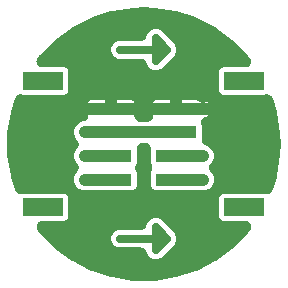
<source format=gbr>
G04 EAGLE Gerber RS-274X export*
G75*
%MOMM*%
%FSLAX34Y34*%
%LPD*%
%INTop Copper*%
%IPPOS*%
%AMOC8*
5,1,8,0,0,1.08239X$1,22.5*%
G01*
%ADD10R,3.500000X1.000000*%
%ADD11R,3.400000X1.500000*%
%ADD12C,1.000000*%
%ADD13C,1.050000*%
%ADD14C,0.700000*%

G36*
X84Y-115994D02*
X84Y-115994D01*
X196Y-115995D01*
X8905Y-115653D01*
X8937Y-115650D01*
X8969Y-115650D01*
X9491Y-115596D01*
X26694Y-112871D01*
X26821Y-112842D01*
X26950Y-112823D01*
X27177Y-112763D01*
X27311Y-112733D01*
X27374Y-112710D01*
X27457Y-112688D01*
X44023Y-107305D01*
X44143Y-107257D01*
X44268Y-107218D01*
X44483Y-107123D01*
X44610Y-107072D01*
X44669Y-107040D01*
X44747Y-107005D01*
X60267Y-99097D01*
X60379Y-99031D01*
X60495Y-98973D01*
X60692Y-98846D01*
X60811Y-98775D01*
X60864Y-98734D01*
X60936Y-98688D01*
X75027Y-88450D01*
X75127Y-88367D01*
X75233Y-88291D01*
X75408Y-88135D01*
X75514Y-88046D01*
X75560Y-87998D01*
X75624Y-87940D01*
X87940Y-75624D01*
X88026Y-75526D01*
X88119Y-75435D01*
X88267Y-75253D01*
X88358Y-75149D01*
X88395Y-75094D01*
X88450Y-75027D01*
X89967Y-72939D01*
X90060Y-72791D01*
X90162Y-72650D01*
X90229Y-72525D01*
X90306Y-72405D01*
X90380Y-72247D01*
X90462Y-72094D01*
X90514Y-71961D01*
X90574Y-71832D01*
X90627Y-71667D01*
X90690Y-71504D01*
X90724Y-71366D01*
X90768Y-71231D01*
X90800Y-71059D01*
X90842Y-70890D01*
X90858Y-70749D01*
X90885Y-70610D01*
X90895Y-70435D01*
X90915Y-70263D01*
X90913Y-70121D01*
X90922Y-69979D01*
X90910Y-69804D01*
X90908Y-69630D01*
X90889Y-69490D01*
X90879Y-69348D01*
X90846Y-69177D01*
X90822Y-69004D01*
X90785Y-68867D01*
X90757Y-68728D01*
X90702Y-68562D01*
X90657Y-68394D01*
X90603Y-68263D01*
X90558Y-68128D01*
X90483Y-67971D01*
X90416Y-67810D01*
X90346Y-67686D01*
X90285Y-67558D01*
X90190Y-67412D01*
X90104Y-67260D01*
X90019Y-67146D01*
X89942Y-67027D01*
X89829Y-66894D01*
X89725Y-66754D01*
X89626Y-66652D01*
X89535Y-66544D01*
X89406Y-66425D01*
X89285Y-66300D01*
X89174Y-66212D01*
X89070Y-66115D01*
X88928Y-66015D01*
X88791Y-65906D01*
X88670Y-65832D01*
X88554Y-65749D01*
X88401Y-65667D01*
X88252Y-65576D01*
X88122Y-65518D01*
X87997Y-65451D01*
X87834Y-65389D01*
X87675Y-65318D01*
X87539Y-65277D01*
X87406Y-65226D01*
X87237Y-65185D01*
X87070Y-65134D01*
X86930Y-65110D01*
X86792Y-65077D01*
X86619Y-65057D01*
X86447Y-65028D01*
X86279Y-65019D01*
X86164Y-65007D01*
X86062Y-65008D01*
X85923Y-65001D01*
X67204Y-65001D01*
X65734Y-64392D01*
X64608Y-63266D01*
X63999Y-61796D01*
X63999Y-45204D01*
X64608Y-43734D01*
X65734Y-42608D01*
X67204Y-41999D01*
X102889Y-41999D01*
X102951Y-42020D01*
X103015Y-42034D01*
X103077Y-42053D01*
X103324Y-42097D01*
X103570Y-42148D01*
X103635Y-42153D01*
X103699Y-42164D01*
X103951Y-42177D01*
X104201Y-42196D01*
X104266Y-42193D01*
X104331Y-42196D01*
X104581Y-42177D01*
X104832Y-42164D01*
X104896Y-42153D01*
X104961Y-42148D01*
X105206Y-42098D01*
X105454Y-42053D01*
X105517Y-42034D01*
X105580Y-42021D01*
X105818Y-41940D01*
X106058Y-41865D01*
X106117Y-41838D01*
X106178Y-41816D01*
X106404Y-41706D01*
X106632Y-41601D01*
X106688Y-41567D01*
X106746Y-41538D01*
X106956Y-41400D01*
X107169Y-41268D01*
X107219Y-41227D01*
X107274Y-41191D01*
X107465Y-41027D01*
X107659Y-40869D01*
X107704Y-40822D01*
X107754Y-40779D01*
X107922Y-40593D01*
X108096Y-40411D01*
X108134Y-40359D01*
X108178Y-40311D01*
X108321Y-40105D01*
X108471Y-39902D01*
X108502Y-39845D01*
X108539Y-39792D01*
X108656Y-39570D01*
X108778Y-39350D01*
X108803Y-39290D01*
X108833Y-39232D01*
X108985Y-38835D01*
X109014Y-38764D01*
X109017Y-38754D01*
X109021Y-38742D01*
X112688Y-27457D01*
X112720Y-27331D01*
X112762Y-27208D01*
X112810Y-26979D01*
X112845Y-26845D01*
X112853Y-26779D01*
X112871Y-26694D01*
X115596Y-9491D01*
X115598Y-9460D01*
X115605Y-9428D01*
X115636Y-9097D01*
X115650Y-8971D01*
X115650Y-8942D01*
X115653Y-8905D01*
X115995Y-196D01*
X115993Y-112D01*
X115999Y0D01*
X115994Y84D01*
X115995Y196D01*
X115653Y8905D01*
X115650Y8937D01*
X115650Y8969D01*
X115596Y9491D01*
X112871Y26694D01*
X112842Y26821D01*
X112823Y26950D01*
X112763Y27177D01*
X112733Y27311D01*
X112710Y27374D01*
X112688Y27457D01*
X109021Y38742D01*
X108997Y38803D01*
X108979Y38865D01*
X108881Y39096D01*
X108788Y39330D01*
X108757Y39387D01*
X108731Y39447D01*
X108604Y39663D01*
X108483Y39883D01*
X108444Y39936D01*
X108412Y39992D01*
X108258Y40191D01*
X108110Y40394D01*
X108065Y40441D01*
X108026Y40493D01*
X107849Y40670D01*
X107676Y40853D01*
X107626Y40895D01*
X107580Y40941D01*
X107382Y41095D01*
X107188Y41254D01*
X107132Y41289D01*
X107081Y41329D01*
X106865Y41457D01*
X106652Y41590D01*
X106593Y41618D01*
X106537Y41651D01*
X106307Y41751D01*
X106079Y41856D01*
X106017Y41876D01*
X105957Y41902D01*
X105716Y41972D01*
X105476Y42048D01*
X105412Y42060D01*
X105350Y42078D01*
X105102Y42117D01*
X104855Y42162D01*
X104790Y42165D01*
X104725Y42175D01*
X104474Y42183D01*
X104224Y42196D01*
X104159Y42192D01*
X104094Y42194D01*
X103844Y42169D01*
X103593Y42151D01*
X103529Y42138D01*
X103464Y42132D01*
X103219Y42076D01*
X102973Y42026D01*
X102912Y42006D01*
X102884Y41999D01*
X67204Y41999D01*
X65734Y42608D01*
X64608Y43734D01*
X63999Y45204D01*
X63999Y61796D01*
X64608Y63266D01*
X65734Y64392D01*
X67204Y65001D01*
X85923Y65001D01*
X86096Y65012D01*
X86271Y65013D01*
X86412Y65032D01*
X86553Y65041D01*
X86724Y65074D01*
X86897Y65097D01*
X87035Y65133D01*
X87174Y65160D01*
X87340Y65214D01*
X87508Y65259D01*
X87640Y65312D01*
X87775Y65357D01*
X87932Y65431D01*
X88094Y65497D01*
X88218Y65567D01*
X88346Y65627D01*
X88493Y65721D01*
X88645Y65807D01*
X88759Y65892D01*
X88878Y65968D01*
X89012Y66080D01*
X89152Y66184D01*
X89255Y66282D01*
X89364Y66373D01*
X89482Y66501D01*
X89608Y66622D01*
X89697Y66732D01*
X89794Y66837D01*
X89895Y66978D01*
X90005Y67114D01*
X90079Y67235D01*
X90162Y67350D01*
X90245Y67504D01*
X90336Y67652D01*
X90395Y67781D01*
X90462Y67906D01*
X90525Y68069D01*
X90597Y68228D01*
X90639Y68363D01*
X90690Y68496D01*
X90732Y68665D01*
X90783Y68832D01*
X90808Y68972D01*
X90842Y69110D01*
X90862Y69283D01*
X90892Y69454D01*
X90899Y69596D01*
X90915Y69737D01*
X90913Y69912D01*
X90921Y70086D01*
X90910Y70227D01*
X90908Y70370D01*
X90884Y70542D01*
X90870Y70716D01*
X90841Y70855D01*
X90822Y70996D01*
X90776Y71164D01*
X90741Y71334D01*
X90694Y71469D01*
X90657Y71606D01*
X90591Y71767D01*
X90534Y71932D01*
X90471Y72059D01*
X90416Y72190D01*
X90330Y72342D01*
X90253Y72498D01*
X90162Y72639D01*
X90104Y72740D01*
X90043Y72821D01*
X89967Y72939D01*
X88450Y75027D01*
X88367Y75127D01*
X88291Y75233D01*
X88135Y75408D01*
X88046Y75514D01*
X87998Y75560D01*
X87940Y75624D01*
X75624Y87940D01*
X75526Y88026D01*
X75435Y88119D01*
X75253Y88267D01*
X75149Y88358D01*
X75094Y88395D01*
X75027Y88450D01*
X60936Y98688D01*
X60826Y98757D01*
X60722Y98835D01*
X60518Y98952D01*
X60402Y99026D01*
X60342Y99054D01*
X60267Y99097D01*
X44747Y107005D01*
X44628Y107057D01*
X44513Y107117D01*
X44294Y107201D01*
X44167Y107256D01*
X44103Y107274D01*
X44023Y107305D01*
X27457Y112688D01*
X27331Y112720D01*
X27208Y112762D01*
X26979Y112810D01*
X26845Y112845D01*
X26779Y112853D01*
X26695Y112871D01*
X9491Y115596D01*
X9459Y115599D01*
X9428Y115605D01*
X8905Y115653D01*
X196Y115995D01*
X112Y115993D01*
X0Y115999D01*
X-84Y115994D01*
X-196Y115995D01*
X-8905Y115653D01*
X-8937Y115650D01*
X-8969Y115650D01*
X-9491Y115596D01*
X-26694Y112871D01*
X-26821Y112842D01*
X-26950Y112823D01*
X-27177Y112763D01*
X-27311Y112733D01*
X-27374Y112710D01*
X-27457Y112688D01*
X-44023Y107305D01*
X-44143Y107257D01*
X-44268Y107218D01*
X-44483Y107123D01*
X-44610Y107072D01*
X-44669Y107040D01*
X-44747Y107005D01*
X-60267Y99097D01*
X-60379Y99031D01*
X-60495Y98973D01*
X-60692Y98846D01*
X-60811Y98775D01*
X-60864Y98734D01*
X-60936Y98688D01*
X-75027Y88450D01*
X-75127Y88367D01*
X-75233Y88291D01*
X-75408Y88135D01*
X-75514Y88046D01*
X-75560Y87998D01*
X-75624Y87940D01*
X-87940Y75624D01*
X-88026Y75526D01*
X-88119Y75435D01*
X-88267Y75253D01*
X-88358Y75149D01*
X-88395Y75094D01*
X-88450Y75027D01*
X-89967Y72938D01*
X-90061Y72791D01*
X-90162Y72650D01*
X-90229Y72525D01*
X-90306Y72405D01*
X-90380Y72247D01*
X-90462Y72094D01*
X-90514Y71961D01*
X-90574Y71832D01*
X-90628Y71666D01*
X-90690Y71504D01*
X-90724Y71366D01*
X-90768Y71231D01*
X-90800Y71059D01*
X-90842Y70890D01*
X-90858Y70749D01*
X-90885Y70610D01*
X-90895Y70436D01*
X-90915Y70263D01*
X-90913Y70121D01*
X-90922Y69979D01*
X-90910Y69804D01*
X-90908Y69630D01*
X-90889Y69490D01*
X-90879Y69348D01*
X-90846Y69177D01*
X-90822Y69004D01*
X-90785Y68867D01*
X-90757Y68728D01*
X-90702Y68562D01*
X-90657Y68394D01*
X-90603Y68263D01*
X-90558Y68128D01*
X-90483Y67971D01*
X-90416Y67810D01*
X-90346Y67686D01*
X-90285Y67558D01*
X-90190Y67412D01*
X-90104Y67260D01*
X-90019Y67146D01*
X-89942Y67027D01*
X-89830Y66894D01*
X-89725Y66754D01*
X-89626Y66652D01*
X-89535Y66544D01*
X-89406Y66425D01*
X-89285Y66300D01*
X-89174Y66212D01*
X-89069Y66115D01*
X-88927Y66015D01*
X-88791Y65906D01*
X-88670Y65832D01*
X-88554Y65749D01*
X-88401Y65667D01*
X-88252Y65576D01*
X-88122Y65518D01*
X-87997Y65451D01*
X-87834Y65389D01*
X-87675Y65318D01*
X-87539Y65277D01*
X-87406Y65226D01*
X-87237Y65185D01*
X-87070Y65134D01*
X-86930Y65110D01*
X-86792Y65077D01*
X-86619Y65058D01*
X-86447Y65028D01*
X-86279Y65019D01*
X-86164Y65007D01*
X-86062Y65008D01*
X-85923Y65001D01*
X-67204Y65001D01*
X-65734Y64392D01*
X-64608Y63266D01*
X-63999Y61796D01*
X-63999Y45204D01*
X-64608Y43734D01*
X-65734Y42608D01*
X-67204Y41999D01*
X-102889Y41999D01*
X-102951Y42020D01*
X-103015Y42034D01*
X-103077Y42053D01*
X-103324Y42097D01*
X-103570Y42148D01*
X-103635Y42153D01*
X-103699Y42164D01*
X-103951Y42177D01*
X-104201Y42196D01*
X-104266Y42193D01*
X-104331Y42196D01*
X-104581Y42177D01*
X-104832Y42164D01*
X-104896Y42153D01*
X-104961Y42148D01*
X-105206Y42098D01*
X-105454Y42053D01*
X-105517Y42034D01*
X-105580Y42021D01*
X-105818Y41940D01*
X-106058Y41865D01*
X-106117Y41838D01*
X-106178Y41816D01*
X-106404Y41706D01*
X-106632Y41601D01*
X-106688Y41567D01*
X-106746Y41538D01*
X-106956Y41400D01*
X-107169Y41268D01*
X-107220Y41226D01*
X-107274Y41191D01*
X-107464Y41028D01*
X-107659Y40869D01*
X-107704Y40822D01*
X-107754Y40779D01*
X-107922Y40593D01*
X-108096Y40411D01*
X-108134Y40359D01*
X-108178Y40311D01*
X-108321Y40105D01*
X-108471Y39902D01*
X-108502Y39845D01*
X-108539Y39792D01*
X-108656Y39570D01*
X-108778Y39350D01*
X-108803Y39290D01*
X-108833Y39232D01*
X-108986Y38834D01*
X-109014Y38764D01*
X-109017Y38754D01*
X-109021Y38742D01*
X-112688Y27457D01*
X-112720Y27331D01*
X-112762Y27208D01*
X-112810Y26979D01*
X-112845Y26845D01*
X-112853Y26779D01*
X-112871Y26695D01*
X-115596Y9491D01*
X-115599Y9459D01*
X-115605Y9428D01*
X-115653Y8905D01*
X-115995Y196D01*
X-115993Y112D01*
X-115999Y0D01*
X-115994Y-84D01*
X-115995Y-196D01*
X-115653Y-8905D01*
X-115650Y-8937D01*
X-115650Y-8969D01*
X-115596Y-9491D01*
X-112871Y-26694D01*
X-112842Y-26821D01*
X-112823Y-26950D01*
X-112763Y-27177D01*
X-112733Y-27311D01*
X-112710Y-27374D01*
X-112688Y-27457D01*
X-109021Y-38742D01*
X-108997Y-38803D01*
X-108979Y-38865D01*
X-108881Y-39096D01*
X-108788Y-39330D01*
X-108757Y-39387D01*
X-108731Y-39447D01*
X-108604Y-39663D01*
X-108483Y-39883D01*
X-108444Y-39936D01*
X-108412Y-39992D01*
X-108258Y-40191D01*
X-108110Y-40394D01*
X-108065Y-40441D01*
X-108026Y-40493D01*
X-107849Y-40670D01*
X-107676Y-40853D01*
X-107626Y-40895D01*
X-107580Y-40941D01*
X-107382Y-41095D01*
X-107188Y-41254D01*
X-107132Y-41289D01*
X-107081Y-41329D01*
X-106865Y-41457D01*
X-106652Y-41590D01*
X-106593Y-41618D01*
X-106537Y-41651D01*
X-106307Y-41751D01*
X-106079Y-41856D01*
X-106017Y-41876D01*
X-105957Y-41902D01*
X-105716Y-41972D01*
X-105476Y-42048D01*
X-105412Y-42060D01*
X-105350Y-42078D01*
X-105102Y-42117D01*
X-104855Y-42162D01*
X-104790Y-42165D01*
X-104725Y-42175D01*
X-104474Y-42183D01*
X-104224Y-42196D01*
X-104159Y-42192D01*
X-104094Y-42194D01*
X-103844Y-42169D01*
X-103593Y-42151D01*
X-103529Y-42138D01*
X-103464Y-42132D01*
X-103219Y-42076D01*
X-102973Y-42026D01*
X-102912Y-42006D01*
X-102884Y-41999D01*
X-67204Y-41999D01*
X-65734Y-42608D01*
X-64608Y-43734D01*
X-63999Y-45204D01*
X-63999Y-61796D01*
X-64608Y-63266D01*
X-65734Y-64392D01*
X-67204Y-65001D01*
X-85923Y-65001D01*
X-86096Y-65012D01*
X-86271Y-65013D01*
X-86412Y-65032D01*
X-86553Y-65041D01*
X-86724Y-65074D01*
X-86897Y-65097D01*
X-87035Y-65133D01*
X-87174Y-65160D01*
X-87340Y-65214D01*
X-87508Y-65259D01*
X-87640Y-65312D01*
X-87775Y-65357D01*
X-87932Y-65431D01*
X-88094Y-65497D01*
X-88218Y-65567D01*
X-88346Y-65627D01*
X-88493Y-65721D01*
X-88645Y-65807D01*
X-88759Y-65892D01*
X-88878Y-65968D01*
X-89012Y-66080D01*
X-89152Y-66184D01*
X-89255Y-66282D01*
X-89364Y-66373D01*
X-89482Y-66501D01*
X-89608Y-66622D01*
X-89697Y-66732D01*
X-89794Y-66837D01*
X-89895Y-66978D01*
X-90005Y-67114D01*
X-90079Y-67235D01*
X-90162Y-67350D01*
X-90245Y-67504D01*
X-90336Y-67652D01*
X-90395Y-67781D01*
X-90462Y-67906D01*
X-90525Y-68069D01*
X-90597Y-68228D01*
X-90639Y-68363D01*
X-90690Y-68496D01*
X-90732Y-68665D01*
X-90783Y-68832D01*
X-90808Y-68972D01*
X-90842Y-69110D01*
X-90862Y-69283D01*
X-90892Y-69454D01*
X-90899Y-69596D01*
X-90915Y-69737D01*
X-90913Y-69912D01*
X-90921Y-70086D01*
X-90910Y-70227D01*
X-90908Y-70370D01*
X-90884Y-70542D01*
X-90870Y-70716D01*
X-90841Y-70855D01*
X-90822Y-70996D01*
X-90776Y-71164D01*
X-90741Y-71334D01*
X-90694Y-71469D01*
X-90657Y-71606D01*
X-90591Y-71767D01*
X-90534Y-71932D01*
X-90471Y-72059D01*
X-90416Y-72190D01*
X-90330Y-72342D01*
X-90253Y-72498D01*
X-90162Y-72639D01*
X-90104Y-72740D01*
X-90043Y-72821D01*
X-89967Y-72939D01*
X-88450Y-75027D01*
X-88367Y-75127D01*
X-88291Y-75233D01*
X-88135Y-75408D01*
X-88046Y-75514D01*
X-87998Y-75560D01*
X-87940Y-75624D01*
X-75624Y-87940D01*
X-75526Y-88026D01*
X-75435Y-88119D01*
X-75253Y-88267D01*
X-75149Y-88358D01*
X-75094Y-88395D01*
X-75027Y-88450D01*
X-60936Y-98688D01*
X-60826Y-98757D01*
X-60722Y-98835D01*
X-60518Y-98952D01*
X-60402Y-99026D01*
X-60342Y-99054D01*
X-60267Y-99097D01*
X-44748Y-107005D01*
X-44628Y-107057D01*
X-44513Y-107117D01*
X-44294Y-107201D01*
X-44167Y-107256D01*
X-44103Y-107274D01*
X-44023Y-107305D01*
X-27457Y-112688D01*
X-27331Y-112720D01*
X-27208Y-112762D01*
X-26979Y-112810D01*
X-26845Y-112845D01*
X-26779Y-112853D01*
X-26695Y-112871D01*
X-9491Y-115596D01*
X-9459Y-115599D01*
X-9428Y-115605D01*
X-8905Y-115653D01*
X-196Y-115995D01*
X-112Y-115993D01*
X0Y-115999D01*
X84Y-115994D01*
G37*
%LPC*%
G36*
X-51840Y-39251D02*
X-51840Y-39251D01*
X-55240Y-37842D01*
X-57842Y-35240D01*
X-59251Y-31840D01*
X-59251Y-28160D01*
X-57842Y-24760D01*
X-56618Y-23535D01*
X-56495Y-23396D01*
X-56366Y-23264D01*
X-56287Y-23159D01*
X-56200Y-23061D01*
X-56096Y-22907D01*
X-55984Y-22760D01*
X-55919Y-22646D01*
X-55845Y-22537D01*
X-55761Y-22372D01*
X-55669Y-22212D01*
X-55619Y-22091D01*
X-55559Y-21974D01*
X-55497Y-21799D01*
X-55426Y-21629D01*
X-55391Y-21502D01*
X-55347Y-21378D01*
X-55307Y-21198D01*
X-55258Y-21019D01*
X-55240Y-20889D01*
X-55212Y-20761D01*
X-55195Y-20577D01*
X-55169Y-20393D01*
X-55167Y-20262D01*
X-55155Y-20131D01*
X-55162Y-19946D01*
X-55159Y-19761D01*
X-55174Y-19631D01*
X-55178Y-19500D01*
X-55208Y-19317D01*
X-55229Y-19133D01*
X-55260Y-19005D01*
X-55281Y-18876D01*
X-55334Y-18699D01*
X-55378Y-18519D01*
X-55425Y-18396D01*
X-55462Y-18270D01*
X-55537Y-18101D01*
X-55603Y-17928D01*
X-55665Y-17812D01*
X-55718Y-17692D01*
X-55813Y-17534D01*
X-55901Y-17371D01*
X-55976Y-17264D01*
X-56044Y-17151D01*
X-56159Y-17006D01*
X-56266Y-16855D01*
X-56369Y-16741D01*
X-56437Y-16655D01*
X-56515Y-16579D01*
X-56618Y-16465D01*
X-57842Y-15240D01*
X-59251Y-11840D01*
X-59251Y-8160D01*
X-57842Y-4760D01*
X-56618Y-3535D01*
X-56495Y-3396D01*
X-56366Y-3264D01*
X-56287Y-3159D01*
X-56200Y-3061D01*
X-56096Y-2908D01*
X-55984Y-2760D01*
X-55919Y-2646D01*
X-55845Y-2537D01*
X-55761Y-2372D01*
X-55669Y-2212D01*
X-55619Y-2091D01*
X-55559Y-1974D01*
X-55497Y-1799D01*
X-55426Y-1629D01*
X-55391Y-1502D01*
X-55347Y-1378D01*
X-55307Y-1198D01*
X-55258Y-1019D01*
X-55240Y-889D01*
X-55212Y-761D01*
X-55195Y-577D01*
X-55169Y-394D01*
X-55167Y-262D01*
X-55155Y-131D01*
X-55162Y54D01*
X-55159Y239D01*
X-55174Y369D01*
X-55178Y500D01*
X-55208Y683D01*
X-55229Y867D01*
X-55260Y995D01*
X-55281Y1124D01*
X-55334Y1301D01*
X-55378Y1481D01*
X-55425Y1604D01*
X-55462Y1730D01*
X-55537Y1899D01*
X-55603Y2072D01*
X-55665Y2188D01*
X-55718Y2308D01*
X-55813Y2466D01*
X-55901Y2629D01*
X-55977Y2736D01*
X-56044Y2849D01*
X-56159Y2994D01*
X-56266Y3145D01*
X-56369Y3259D01*
X-56437Y3344D01*
X-56515Y3421D01*
X-56618Y3535D01*
X-57842Y4760D01*
X-59251Y8160D01*
X-59251Y11840D01*
X-57842Y15240D01*
X-55240Y17842D01*
X-51823Y19258D01*
X-51629Y19273D01*
X-51357Y19291D01*
X-51314Y19299D01*
X-51270Y19303D01*
X-51004Y19359D01*
X-50736Y19410D01*
X-50694Y19424D01*
X-50652Y19433D01*
X-50395Y19522D01*
X-50136Y19607D01*
X-50096Y19625D01*
X-50054Y19640D01*
X-49811Y19760D01*
X-49564Y19877D01*
X-49527Y19901D01*
X-49488Y19921D01*
X-49262Y20071D01*
X-49032Y20218D01*
X-48998Y20246D01*
X-48962Y20271D01*
X-48755Y20449D01*
X-48547Y20623D01*
X-48517Y20655D01*
X-48484Y20684D01*
X-48302Y20888D01*
X-48117Y21087D01*
X-48091Y21122D01*
X-48062Y21155D01*
X-47907Y21380D01*
X-47749Y21600D01*
X-47728Y21639D01*
X-47703Y21675D01*
X-47578Y21917D01*
X-47448Y22156D01*
X-47432Y22197D01*
X-47412Y22236D01*
X-47318Y22492D01*
X-47220Y22746D01*
X-47210Y22789D01*
X-47195Y22830D01*
X-47134Y23096D01*
X-47069Y23360D01*
X-47064Y23403D01*
X-47054Y23446D01*
X-47027Y23717D01*
X-46996Y23987D01*
X-46996Y24031D01*
X-46992Y24075D01*
X-46999Y24347D01*
X-47001Y24468D01*
X-47001Y25001D01*
X-27500Y25001D01*
X-7999Y25001D01*
X-7999Y24734D01*
X-8013Y24620D01*
X-8049Y24349D01*
X-8049Y24305D01*
X-8054Y24263D01*
X-8051Y23990D01*
X-8053Y23717D01*
X-8048Y23674D01*
X-8047Y23630D01*
X-8010Y23360D01*
X-7977Y23089D01*
X-7967Y23047D01*
X-7961Y23004D01*
X-7890Y22741D01*
X-7823Y22476D01*
X-7807Y22436D01*
X-7796Y22394D01*
X-7692Y22142D01*
X-7593Y21888D01*
X-7572Y21850D01*
X-7556Y21810D01*
X-7420Y21571D01*
X-7290Y21333D01*
X-7265Y21298D01*
X-7243Y21260D01*
X-7079Y21042D01*
X-6920Y20821D01*
X-6890Y20789D01*
X-6864Y20754D01*
X-6674Y20558D01*
X-6488Y20359D01*
X-6454Y20331D01*
X-6424Y20300D01*
X-6211Y20130D01*
X-6001Y19956D01*
X-5964Y19933D01*
X-5930Y19906D01*
X-5697Y19763D01*
X-5467Y19617D01*
X-5428Y19599D01*
X-5391Y19576D01*
X-5141Y19465D01*
X-4895Y19349D01*
X-4854Y19336D01*
X-4814Y19318D01*
X-4553Y19239D01*
X-4293Y19155D01*
X-4251Y19147D01*
X-4209Y19134D01*
X-3940Y19088D01*
X-3672Y19038D01*
X-3629Y19036D01*
X-3586Y19028D01*
X-3062Y19001D01*
X3062Y19001D01*
X3105Y19003D01*
X3148Y19001D01*
X3421Y19023D01*
X3693Y19041D01*
X3735Y19049D01*
X3778Y19052D01*
X4045Y19108D01*
X4313Y19160D01*
X4355Y19173D01*
X4397Y19182D01*
X4654Y19271D01*
X4914Y19357D01*
X4953Y19375D01*
X4994Y19389D01*
X5237Y19510D01*
X5485Y19627D01*
X5522Y19651D01*
X5561Y19670D01*
X5787Y19820D01*
X6018Y19968D01*
X6051Y19996D01*
X6087Y20020D01*
X6293Y20198D01*
X6503Y20373D01*
X6532Y20405D01*
X6565Y20433D01*
X6747Y20637D01*
X6933Y20837D01*
X6958Y20872D01*
X6987Y20904D01*
X7143Y21129D01*
X7301Y21350D01*
X7322Y21388D01*
X7346Y21424D01*
X7472Y21667D01*
X7602Y21906D01*
X7617Y21947D01*
X7637Y21985D01*
X7731Y22241D01*
X7829Y22496D01*
X7840Y22538D01*
X7855Y22579D01*
X7916Y22845D01*
X7981Y23110D01*
X7986Y23153D01*
X7996Y23195D01*
X8023Y23467D01*
X8054Y23737D01*
X8054Y23781D01*
X8058Y23824D01*
X8050Y24098D01*
X8047Y24370D01*
X8041Y24412D01*
X8040Y24456D01*
X7999Y24739D01*
X7999Y25001D01*
X27500Y25001D01*
X50000Y25001D01*
X55255Y25001D01*
X54724Y24469D01*
X53800Y23799D01*
X52783Y23280D01*
X51860Y22981D01*
X51800Y22957D01*
X51737Y22939D01*
X51506Y22840D01*
X51273Y22748D01*
X51216Y22716D01*
X51156Y22691D01*
X50939Y22564D01*
X50719Y22442D01*
X50667Y22404D01*
X50610Y22371D01*
X50411Y22217D01*
X50209Y22070D01*
X50161Y22025D01*
X50110Y21985D01*
X49932Y21808D01*
X49749Y21636D01*
X49708Y21585D01*
X49662Y21539D01*
X49508Y21342D01*
X49348Y21147D01*
X49314Y21092D01*
X49274Y21041D01*
X49146Y20825D01*
X49012Y20612D01*
X48985Y20553D01*
X48951Y20497D01*
X48852Y20267D01*
X48746Y20039D01*
X48726Y19976D01*
X48701Y19917D01*
X48631Y19676D01*
X48555Y19436D01*
X48543Y19372D01*
X48525Y19309D01*
X48486Y19061D01*
X48441Y18814D01*
X48437Y18750D01*
X48427Y18685D01*
X48420Y18433D01*
X48406Y18183D01*
X48411Y18118D01*
X48409Y18053D01*
X48433Y17804D01*
X48452Y17553D01*
X48464Y17489D01*
X48471Y17424D01*
X48527Y17180D01*
X48576Y16933D01*
X48597Y16871D01*
X48611Y16808D01*
X48754Y16404D01*
X48778Y16334D01*
X48782Y16325D01*
X48787Y16313D01*
X49001Y15796D01*
X49001Y3767D01*
X49010Y3615D01*
X49010Y3463D01*
X49030Y3300D01*
X49041Y3136D01*
X49069Y2987D01*
X49088Y2836D01*
X49129Y2677D01*
X49160Y2516D01*
X49207Y2371D01*
X49245Y2224D01*
X49305Y2071D01*
X49357Y1915D01*
X49422Y1777D01*
X49478Y1636D01*
X49557Y1492D01*
X49627Y1344D01*
X49710Y1215D01*
X49783Y1082D01*
X49880Y950D01*
X49968Y811D01*
X50066Y695D01*
X50155Y572D01*
X50268Y452D01*
X50373Y326D01*
X50485Y223D01*
X50589Y112D01*
X50716Y8D01*
X50837Y-104D01*
X50960Y-193D01*
X51078Y-289D01*
X51217Y-377D01*
X51350Y-472D01*
X51484Y-544D01*
X51613Y-625D01*
X51793Y-711D01*
X51906Y-773D01*
X51985Y-803D01*
X52087Y-852D01*
X55240Y-2158D01*
X57842Y-4760D01*
X59251Y-8160D01*
X59251Y-11840D01*
X57842Y-15240D01*
X56618Y-16465D01*
X56495Y-16604D01*
X56366Y-16736D01*
X56287Y-16841D01*
X56200Y-16939D01*
X56096Y-17092D01*
X55984Y-17240D01*
X55919Y-17354D01*
X55845Y-17463D01*
X55762Y-17627D01*
X55669Y-17788D01*
X55619Y-17909D01*
X55559Y-18026D01*
X55497Y-18200D01*
X55426Y-18371D01*
X55391Y-18498D01*
X55347Y-18622D01*
X55307Y-18802D01*
X55258Y-18981D01*
X55240Y-19111D01*
X55212Y-19239D01*
X55195Y-19423D01*
X55169Y-19606D01*
X55167Y-19738D01*
X55155Y-19869D01*
X55162Y-20053D01*
X55159Y-20238D01*
X55174Y-20369D01*
X55178Y-20500D01*
X55208Y-20683D01*
X55229Y-20867D01*
X55260Y-20995D01*
X55281Y-21124D01*
X55334Y-21301D01*
X55378Y-21481D01*
X55424Y-21604D01*
X55462Y-21730D01*
X55537Y-21899D01*
X55603Y-22072D01*
X55665Y-22187D01*
X55718Y-22308D01*
X55813Y-22466D01*
X55901Y-22629D01*
X55976Y-22736D01*
X56044Y-22849D01*
X56159Y-22994D01*
X56266Y-23145D01*
X56369Y-23259D01*
X56437Y-23344D01*
X56515Y-23421D01*
X56618Y-23535D01*
X57842Y-24760D01*
X59251Y-28160D01*
X59251Y-31840D01*
X57842Y-35240D01*
X55240Y-37842D01*
X51840Y-39251D01*
X48093Y-39251D01*
X47877Y-39177D01*
X47792Y-39159D01*
X47709Y-39134D01*
X47483Y-39096D01*
X47258Y-39049D01*
X47172Y-39043D01*
X47086Y-39028D01*
X46753Y-39011D01*
X46628Y-39001D01*
X46598Y-39003D01*
X46562Y-39001D01*
X9204Y-39001D01*
X7734Y-38392D01*
X6608Y-37266D01*
X5999Y-35796D01*
X5999Y-24204D01*
X6948Y-21913D01*
X6987Y-21800D01*
X7034Y-21691D01*
X7089Y-21501D01*
X7153Y-21315D01*
X7177Y-21198D01*
X7210Y-21083D01*
X7240Y-20889D01*
X7280Y-20696D01*
X7289Y-20577D01*
X7308Y-20459D01*
X7313Y-20262D01*
X7328Y-20066D01*
X7322Y-19946D01*
X7326Y-19827D01*
X7307Y-19631D01*
X7297Y-19434D01*
X7276Y-19317D01*
X7264Y-19198D01*
X7220Y-19006D01*
X7186Y-18812D01*
X7150Y-18698D01*
X7123Y-18582D01*
X7039Y-18342D01*
X6997Y-18209D01*
X6973Y-18156D01*
X6948Y-18087D01*
X5999Y-15796D01*
X5999Y-4000D01*
X5988Y-3815D01*
X5986Y-3630D01*
X5968Y-3500D01*
X5959Y-3369D01*
X5924Y-3188D01*
X5899Y-3004D01*
X5865Y-2878D01*
X5840Y-2748D01*
X5782Y-2572D01*
X5734Y-2394D01*
X5684Y-2273D01*
X5643Y-2148D01*
X5564Y-1980D01*
X5494Y-1810D01*
X5429Y-1695D01*
X5373Y-1577D01*
X5273Y-1421D01*
X5182Y-1260D01*
X5103Y-1155D01*
X5032Y-1044D01*
X4913Y-902D01*
X4802Y-754D01*
X4711Y-660D01*
X4627Y-559D01*
X4491Y-433D01*
X4362Y-300D01*
X4260Y-218D01*
X4163Y-129D01*
X4013Y-21D01*
X3869Y94D01*
X3756Y163D01*
X3650Y239D01*
X3487Y327D01*
X3329Y424D01*
X3209Y477D01*
X3094Y540D01*
X2921Y606D01*
X2752Y682D01*
X2627Y720D01*
X2504Y768D01*
X2324Y812D01*
X2147Y866D01*
X2018Y888D01*
X1890Y919D01*
X1707Y941D01*
X1524Y972D01*
X1371Y980D01*
X1263Y992D01*
X1154Y991D01*
X1000Y999D01*
X-1000Y999D01*
X-1185Y988D01*
X-1370Y986D01*
X-1500Y968D01*
X-1631Y959D01*
X-1812Y924D01*
X-1996Y899D01*
X-2122Y865D01*
X-2252Y840D01*
X-2428Y782D01*
X-2606Y734D01*
X-2727Y684D01*
X-2852Y643D01*
X-3020Y564D01*
X-3190Y494D01*
X-3305Y429D01*
X-3423Y373D01*
X-3579Y273D01*
X-3740Y182D01*
X-3845Y103D01*
X-3956Y32D01*
X-4098Y-87D01*
X-4246Y-198D01*
X-4340Y-289D01*
X-4441Y-373D01*
X-4567Y-509D01*
X-4700Y-638D01*
X-4782Y-740D01*
X-4871Y-837D01*
X-4979Y-987D01*
X-5094Y-1131D01*
X-5163Y-1244D01*
X-5239Y-1350D01*
X-5327Y-1513D01*
X-5424Y-1671D01*
X-5477Y-1791D01*
X-5540Y-1906D01*
X-5606Y-2079D01*
X-5682Y-2248D01*
X-5720Y-2373D01*
X-5768Y-2496D01*
X-5812Y-2676D01*
X-5866Y-2853D01*
X-5888Y-2982D01*
X-5919Y-3110D01*
X-5941Y-3293D01*
X-5972Y-3476D01*
X-5980Y-3629D01*
X-5992Y-3737D01*
X-5991Y-3846D01*
X-5999Y-4000D01*
X-5999Y-15796D01*
X-6948Y-18087D01*
X-6987Y-18200D01*
X-7034Y-18309D01*
X-7089Y-18499D01*
X-7153Y-18685D01*
X-7177Y-18802D01*
X-7210Y-18917D01*
X-7240Y-19111D01*
X-7280Y-19304D01*
X-7289Y-19423D01*
X-7308Y-19541D01*
X-7313Y-19738D01*
X-7328Y-19934D01*
X-7322Y-20054D01*
X-7326Y-20173D01*
X-7307Y-20369D01*
X-7297Y-20566D01*
X-7276Y-20683D01*
X-7264Y-20802D01*
X-7220Y-20994D01*
X-7186Y-21188D01*
X-7150Y-21302D01*
X-7123Y-21418D01*
X-7039Y-21657D01*
X-6997Y-21791D01*
X-6973Y-21844D01*
X-6948Y-21913D01*
X-5999Y-24204D01*
X-5999Y-35796D01*
X-6608Y-37266D01*
X-7734Y-38392D01*
X-9204Y-39001D01*
X-46562Y-39001D01*
X-46648Y-39006D01*
X-46735Y-39004D01*
X-46964Y-39026D01*
X-47193Y-39041D01*
X-47278Y-39057D01*
X-47364Y-39065D01*
X-47588Y-39117D01*
X-47814Y-39160D01*
X-47896Y-39187D01*
X-47980Y-39206D01*
X-48106Y-39251D01*
X-51840Y-39251D01*
G37*
%LPD*%
%LPC*%
G36*
X8508Y62499D02*
X8508Y62499D01*
X5751Y63641D01*
X3641Y65751D01*
X2124Y69413D01*
X2057Y69550D01*
X1999Y69690D01*
X1918Y69833D01*
X1846Y69981D01*
X1762Y70107D01*
X1687Y70240D01*
X1589Y70372D01*
X1498Y70509D01*
X1399Y70624D01*
X1308Y70746D01*
X1194Y70864D01*
X1087Y70988D01*
X974Y71090D01*
X868Y71200D01*
X740Y71302D01*
X618Y71412D01*
X493Y71499D01*
X374Y71594D01*
X234Y71680D01*
X99Y71774D01*
X-35Y71844D01*
X-165Y71924D01*
X-315Y71991D01*
X-461Y72067D01*
X-603Y72120D01*
X-742Y72182D01*
X-899Y72230D01*
X-1053Y72287D01*
X-1201Y72322D01*
X-1347Y72366D01*
X-1509Y72393D01*
X-1669Y72431D01*
X-1820Y72446D01*
X-1970Y72472D01*
X-2169Y72482D01*
X-2297Y72495D01*
X-2382Y72493D01*
X-2494Y72499D01*
X-21492Y72499D01*
X-24249Y73641D01*
X-26359Y75751D01*
X-27501Y78508D01*
X-27501Y81492D01*
X-26359Y84249D01*
X-24249Y86359D01*
X-21492Y87501D01*
X-2494Y87501D01*
X-2343Y87510D01*
X-2190Y87510D01*
X-2027Y87530D01*
X-1864Y87541D01*
X-1714Y87569D01*
X-1563Y87588D01*
X-1404Y87629D01*
X-1243Y87660D01*
X-1098Y87707D01*
X-951Y87745D01*
X-798Y87805D01*
X-642Y87857D01*
X-504Y87922D01*
X-363Y87978D01*
X-219Y88057D01*
X-71Y88127D01*
X57Y88210D01*
X191Y88283D01*
X323Y88380D01*
X461Y88468D01*
X578Y88566D01*
X701Y88655D01*
X821Y88768D01*
X947Y88873D01*
X1050Y88985D01*
X1161Y89089D01*
X1265Y89216D01*
X1377Y89337D01*
X1465Y89460D01*
X1562Y89578D01*
X1649Y89717D01*
X1745Y89850D01*
X1817Y89984D01*
X1898Y90113D01*
X1984Y90293D01*
X2045Y90406D01*
X2076Y90485D01*
X2124Y90587D01*
X3641Y94249D01*
X5751Y96359D01*
X8508Y97501D01*
X11492Y97501D01*
X14249Y96359D01*
X26359Y84249D01*
X27501Y81492D01*
X27501Y78508D01*
X26359Y75751D01*
X14249Y63641D01*
X11492Y62499D01*
X8508Y62499D01*
G37*
%LPD*%
%LPC*%
G36*
X8508Y-97501D02*
X8508Y-97501D01*
X5751Y-96359D01*
X3641Y-94249D01*
X2124Y-90587D01*
X2057Y-90450D01*
X1999Y-90310D01*
X1918Y-90167D01*
X1846Y-90019D01*
X1762Y-89893D01*
X1687Y-89760D01*
X1589Y-89628D01*
X1498Y-89491D01*
X1399Y-89376D01*
X1308Y-89254D01*
X1194Y-89136D01*
X1087Y-89012D01*
X974Y-88910D01*
X868Y-88800D01*
X740Y-88698D01*
X618Y-88588D01*
X493Y-88501D01*
X374Y-88406D01*
X234Y-88320D01*
X99Y-88226D01*
X-35Y-88156D01*
X-165Y-88076D01*
X-315Y-88009D01*
X-461Y-87933D01*
X-603Y-87880D01*
X-742Y-87818D01*
X-899Y-87770D01*
X-1053Y-87713D01*
X-1201Y-87678D01*
X-1347Y-87634D01*
X-1509Y-87607D01*
X-1669Y-87569D01*
X-1820Y-87554D01*
X-1970Y-87528D01*
X-2169Y-87518D01*
X-2297Y-87505D01*
X-2382Y-87507D01*
X-2494Y-87501D01*
X-21492Y-87501D01*
X-24249Y-86359D01*
X-26359Y-84249D01*
X-27501Y-81492D01*
X-27501Y-78508D01*
X-26359Y-75751D01*
X-24249Y-73641D01*
X-21492Y-72499D01*
X-2494Y-72499D01*
X-2343Y-72490D01*
X-2190Y-72490D01*
X-2027Y-72470D01*
X-1864Y-72459D01*
X-1714Y-72431D01*
X-1563Y-72412D01*
X-1404Y-72371D01*
X-1243Y-72340D01*
X-1098Y-72293D01*
X-951Y-72255D01*
X-798Y-72195D01*
X-642Y-72143D01*
X-504Y-72078D01*
X-363Y-72022D01*
X-219Y-71943D01*
X-71Y-71873D01*
X57Y-71790D01*
X191Y-71717D01*
X323Y-71620D01*
X461Y-71532D01*
X578Y-71434D01*
X701Y-71345D01*
X821Y-71232D01*
X947Y-71127D01*
X1050Y-71015D01*
X1161Y-70911D01*
X1265Y-70784D01*
X1377Y-70663D01*
X1465Y-70540D01*
X1562Y-70422D01*
X1649Y-70283D01*
X1745Y-70150D01*
X1817Y-70016D01*
X1898Y-69887D01*
X1984Y-69707D01*
X2045Y-69594D01*
X2076Y-69515D01*
X2124Y-69413D01*
X3641Y-65751D01*
X5751Y-63641D01*
X8508Y-62499D01*
X11492Y-62499D01*
X14249Y-63641D01*
X26359Y-75751D01*
X27501Y-78508D01*
X27501Y-81492D01*
X26359Y-84249D01*
X14249Y-96359D01*
X11492Y-97501D01*
X8508Y-97501D01*
G37*
%LPD*%
%LPC*%
G36*
X32499Y34999D02*
X32499Y34999D01*
X32499Y37001D01*
X45197Y37001D01*
X45707Y36899D01*
X45771Y36891D01*
X45834Y36876D01*
X46042Y36853D01*
X46301Y36537D01*
X46301Y36536D01*
X46339Y36499D01*
X46373Y36459D01*
X46374Y36458D01*
X46566Y36280D01*
X46755Y36097D01*
X46798Y36064D01*
X46837Y36028D01*
X47050Y35875D01*
X47261Y35717D01*
X47307Y35691D01*
X47350Y35660D01*
X47582Y35535D01*
X47810Y35405D01*
X47860Y35385D01*
X47907Y35360D01*
X48152Y35265D01*
X48395Y35165D01*
X48446Y35151D01*
X48496Y35132D01*
X48752Y35068D01*
X49005Y35000D01*
X49010Y34999D01*
X32499Y34999D01*
G37*
%LPD*%
%LPC*%
G36*
X-47001Y34999D02*
X-47001Y34999D01*
X-47001Y35197D01*
X-46924Y35584D01*
X-46773Y35948D01*
X-46554Y36275D01*
X-46275Y36554D01*
X-45948Y36773D01*
X-45584Y36924D01*
X-45197Y37001D01*
X-32499Y37001D01*
X-32499Y34999D01*
X-47001Y34999D01*
G37*
%LPD*%
%LPC*%
G36*
X7999Y34999D02*
X7999Y34999D01*
X7999Y35197D01*
X8076Y35584D01*
X8227Y35948D01*
X8446Y36275D01*
X8725Y36554D01*
X9052Y36773D01*
X9416Y36924D01*
X9803Y37001D01*
X22501Y37001D01*
X22501Y34999D01*
X7999Y34999D01*
G37*
%LPD*%
%LPC*%
G36*
X-22501Y34999D02*
X-22501Y34999D01*
X-22501Y37001D01*
X-9803Y37001D01*
X-9416Y36924D01*
X-9052Y36773D01*
X-8725Y36554D01*
X-8446Y36275D01*
X-8227Y35948D01*
X-8076Y35584D01*
X-7999Y35197D01*
X-7999Y34999D01*
X-22501Y34999D01*
G37*
%LPD*%
%LPC*%
G36*
X50990Y34999D02*
X50990Y34999D01*
X50996Y35000D01*
X51250Y35069D01*
X51505Y35132D01*
X51555Y35151D01*
X51606Y35165D01*
X51849Y35265D01*
X52094Y35360D01*
X52141Y35385D01*
X52191Y35405D01*
X52419Y35535D01*
X52650Y35660D01*
X52694Y35691D01*
X52740Y35718D01*
X52951Y35876D01*
X53164Y36029D01*
X53203Y36065D01*
X53246Y36097D01*
X53435Y36280D01*
X53510Y36350D01*
X53800Y36201D01*
X54724Y35531D01*
X55255Y34999D01*
X50990Y34999D01*
G37*
%LPD*%
D10*
X27500Y10000D03*
X27500Y30000D03*
X27500Y-10000D03*
X27500Y-30000D03*
D11*
X85000Y53500D03*
X85000Y-53500D03*
D10*
X-27500Y-10000D03*
X-27500Y-30000D03*
X-27500Y10000D03*
X-27500Y30000D03*
D11*
X-85000Y-53500D03*
X-85000Y53500D03*
D12*
X-27500Y10000D02*
X27500Y10000D01*
D13*
X-50000Y10000D03*
D12*
X-27500Y10000D01*
X-27500Y30000D02*
X27500Y30000D01*
D13*
X50000Y30000D03*
D12*
X27500Y30000D01*
X27500Y-10000D02*
X50000Y-10000D01*
D13*
X50000Y-10000D03*
X50000Y-30000D03*
D12*
X27500Y-30000D01*
X-27500Y-10000D02*
X-50000Y-10000D01*
D13*
X-50000Y-10000D03*
D12*
X-50000Y-30000D02*
X-27500Y-30000D01*
D13*
X-50000Y-30000D03*
D14*
X-20000Y80000D02*
X20000Y80000D01*
X10000Y90000D01*
X10000Y70000D01*
X20000Y80000D01*
X20000Y-80000D02*
X-20000Y-80000D01*
X10000Y-70000D02*
X20000Y-80000D01*
X10000Y-70000D02*
X10000Y-90000D01*
X20000Y-80000D01*
M02*

</source>
